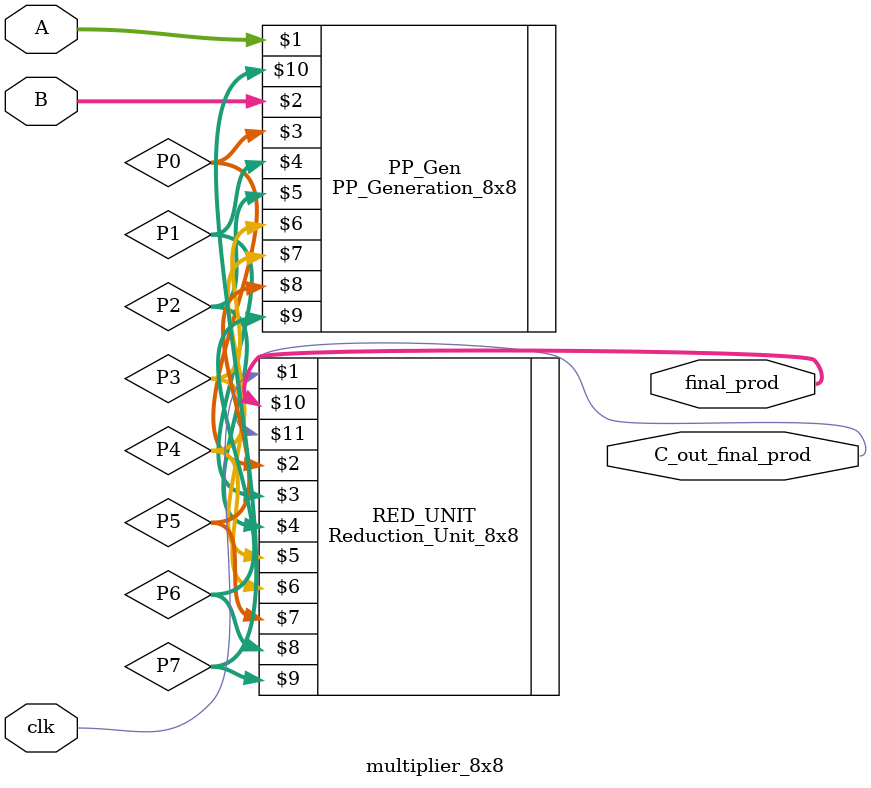
<source format=v>
module multiplier_8x8(
    input clk,
    input [7 : 0] A,
    input [7 : 0] B,
    output [15:0] final_prod,
    output C_out_final_prod
    );
    
    // Intermediate connections
    wire[15:0] P0, P1, P2, P3, P4, P5, P6, P7;
    
    // Initialise the PP-Generator
    PP_Generation_8x8 PP_Gen(
        A,
        B,
        P0,
        P1,
        P2,
        P3,
        P4,
        P5,
        P6,
        P7
    );
    
    // Initialise the Reduction Unit
    Reduction_Unit_8x8 RED_UNIT(
	clk,
        P0,
        P1,
        P2,
        P3,
        P4,
        P5,
        P6,
        P7,
        final_prod,
        C_out_final_prod
    );
    
endmodule



</source>
